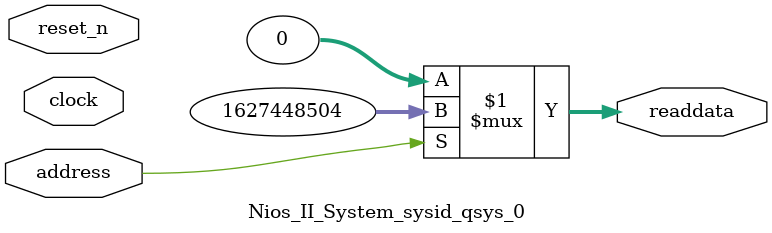
<source format=v>



// synthesis translate_off
`timescale 1ns / 1ps
// synthesis translate_on

// turn off superfluous verilog processor warnings 
// altera message_level Level1 
// altera message_off 10034 10035 10036 10037 10230 10240 10030 

module Nios_II_System_sysid_qsys_0 (
               // inputs:
                address,
                clock,
                reset_n,

               // outputs:
                readdata
             )
;

  output  [ 31: 0] readdata;
  input            address;
  input            clock;
  input            reset_n;

  wire    [ 31: 0] readdata;
  //control_slave, which is an e_avalon_slave
  assign readdata = address ? 1627448504 : 0;

endmodule



</source>
